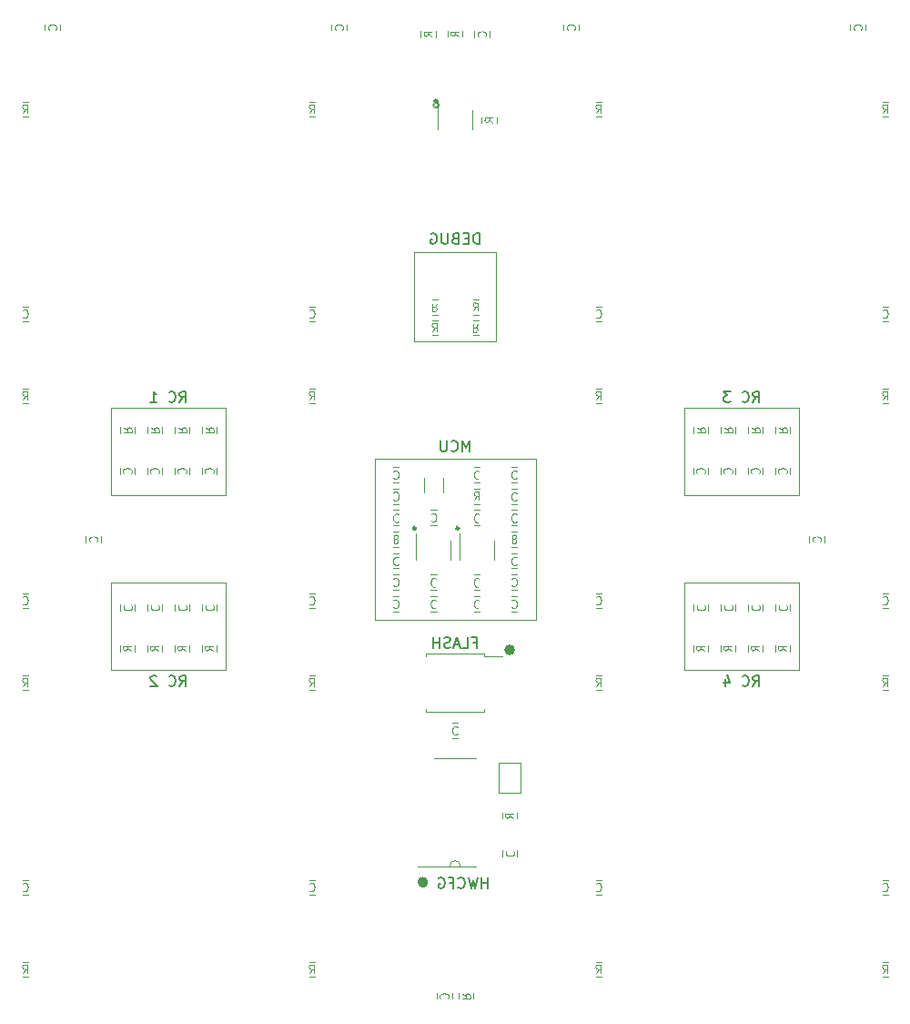
<source format=gbr>
G04 #@! TF.GenerationSoftware,KiCad,Pcbnew,(5.1.5)-3*
G04 #@! TF.CreationDate,2020-04-06T16:24:00+02:00*
G04 #@! TF.ProjectId,PO16_BU16,504f3136-5f42-4553-9136-2e6b69636164,rev?*
G04 #@! TF.SameCoordinates,Original*
G04 #@! TF.FileFunction,Legend,Bot*
G04 #@! TF.FilePolarity,Positive*
%FSLAX46Y46*%
G04 Gerber Fmt 4.6, Leading zero omitted, Abs format (unit mm)*
G04 Created by KiCad (PCBNEW (5.1.5)-3) date 2020-04-06 16:24:00*
%MOMM*%
%LPD*%
G04 APERTURE LIST*
%ADD10C,0.150000*%
%ADD11C,0.120000*%
%ADD12C,0.500000*%
%ADD13C,0.250000*%
G04 APERTURE END LIST*
D10*
X102238095Y-72512380D02*
X102238095Y-71512380D01*
X102000000Y-71512380D01*
X101857142Y-71560000D01*
X101761904Y-71655238D01*
X101714285Y-71750476D01*
X101666666Y-71940952D01*
X101666666Y-72083809D01*
X101714285Y-72274285D01*
X101761904Y-72369523D01*
X101857142Y-72464761D01*
X102000000Y-72512380D01*
X102238095Y-72512380D01*
X101238095Y-71988571D02*
X100904761Y-71988571D01*
X100761904Y-72512380D02*
X101238095Y-72512380D01*
X101238095Y-71512380D01*
X100761904Y-71512380D01*
X100000000Y-71988571D02*
X99857142Y-72036190D01*
X99809523Y-72083809D01*
X99761904Y-72179047D01*
X99761904Y-72321904D01*
X99809523Y-72417142D01*
X99857142Y-72464761D01*
X99952380Y-72512380D01*
X100333333Y-72512380D01*
X100333333Y-71512380D01*
X100000000Y-71512380D01*
X99904761Y-71560000D01*
X99857142Y-71607619D01*
X99809523Y-71702857D01*
X99809523Y-71798095D01*
X99857142Y-71893333D01*
X99904761Y-71940952D01*
X100000000Y-71988571D01*
X100333333Y-71988571D01*
X99333333Y-71512380D02*
X99333333Y-72321904D01*
X99285714Y-72417142D01*
X99238095Y-72464761D01*
X99142857Y-72512380D01*
X98952380Y-72512380D01*
X98857142Y-72464761D01*
X98809523Y-72417142D01*
X98761904Y-72321904D01*
X98761904Y-71512380D01*
X97761904Y-71560000D02*
X97857142Y-71512380D01*
X98000000Y-71512380D01*
X98142857Y-71560000D01*
X98238095Y-71655238D01*
X98285714Y-71750476D01*
X98333333Y-71940952D01*
X98333333Y-72083809D01*
X98285714Y-72274285D01*
X98238095Y-72369523D01*
X98142857Y-72464761D01*
X98000000Y-72512380D01*
X97904761Y-72512380D01*
X97761904Y-72464761D01*
X97714285Y-72417142D01*
X97714285Y-72083809D01*
X97904761Y-72083809D01*
D11*
X103810000Y-73330000D02*
X96190000Y-73330000D01*
X103810000Y-81585000D02*
X103810000Y-73330000D01*
X96190000Y-81585000D02*
X103810000Y-81585000D01*
X96190000Y-73330000D02*
X96190000Y-81585000D01*
D10*
X101690476Y-109580571D02*
X102023809Y-109580571D01*
X102023809Y-110104380D02*
X102023809Y-109104380D01*
X101547619Y-109104380D01*
X100690476Y-110104380D02*
X101166666Y-110104380D01*
X101166666Y-109104380D01*
X100404761Y-109818666D02*
X99928571Y-109818666D01*
X100500000Y-110104380D02*
X100166666Y-109104380D01*
X99833333Y-110104380D01*
X99547619Y-110056761D02*
X99404761Y-110104380D01*
X99166666Y-110104380D01*
X99071428Y-110056761D01*
X99023809Y-110009142D01*
X98976190Y-109913904D01*
X98976190Y-109818666D01*
X99023809Y-109723428D01*
X99071428Y-109675809D01*
X99166666Y-109628190D01*
X99357142Y-109580571D01*
X99452380Y-109532952D01*
X99500000Y-109485333D01*
X99547619Y-109390095D01*
X99547619Y-109294857D01*
X99500000Y-109199619D01*
X99452380Y-109152000D01*
X99357142Y-109104380D01*
X99119047Y-109104380D01*
X98976190Y-109152000D01*
X98547619Y-110104380D02*
X98547619Y-109104380D01*
X98547619Y-109580571D02*
X97976190Y-109580571D01*
X97976190Y-110104380D02*
X97976190Y-109104380D01*
X103047714Y-132456380D02*
X103047714Y-131456380D01*
X103047714Y-131932571D02*
X102476285Y-131932571D01*
X102476285Y-132456380D02*
X102476285Y-131456380D01*
X102095333Y-131456380D02*
X101857238Y-132456380D01*
X101666761Y-131742095D01*
X101476285Y-132456380D01*
X101238190Y-131456380D01*
X100285809Y-132361142D02*
X100333428Y-132408761D01*
X100476285Y-132456380D01*
X100571523Y-132456380D01*
X100714380Y-132408761D01*
X100809619Y-132313523D01*
X100857238Y-132218285D01*
X100904857Y-132027809D01*
X100904857Y-131884952D01*
X100857238Y-131694476D01*
X100809619Y-131599238D01*
X100714380Y-131504000D01*
X100571523Y-131456380D01*
X100476285Y-131456380D01*
X100333428Y-131504000D01*
X100285809Y-131551619D01*
X99523904Y-131932571D02*
X99857238Y-131932571D01*
X99857238Y-132456380D02*
X99857238Y-131456380D01*
X99381047Y-131456380D01*
X98476285Y-131504000D02*
X98571523Y-131456380D01*
X98714380Y-131456380D01*
X98857238Y-131504000D01*
X98952476Y-131599238D01*
X99000095Y-131694476D01*
X99047714Y-131884952D01*
X99047714Y-132027809D01*
X99000095Y-132218285D01*
X98952476Y-132313523D01*
X98857238Y-132408761D01*
X98714380Y-132456380D01*
X98619142Y-132456380D01*
X98476285Y-132408761D01*
X98428666Y-132361142D01*
X98428666Y-132027809D01*
X98619142Y-132027809D01*
X127717619Y-113660380D02*
X128050952Y-113184190D01*
X128289047Y-113660380D02*
X128289047Y-112660380D01*
X127908095Y-112660380D01*
X127812857Y-112708000D01*
X127765238Y-112755619D01*
X127717619Y-112850857D01*
X127717619Y-112993714D01*
X127765238Y-113088952D01*
X127812857Y-113136571D01*
X127908095Y-113184190D01*
X128289047Y-113184190D01*
X126717619Y-113565142D02*
X126765238Y-113612761D01*
X126908095Y-113660380D01*
X127003333Y-113660380D01*
X127146190Y-113612761D01*
X127241428Y-113517523D01*
X127289047Y-113422285D01*
X127336666Y-113231809D01*
X127336666Y-113088952D01*
X127289047Y-112898476D01*
X127241428Y-112803238D01*
X127146190Y-112708000D01*
X127003333Y-112660380D01*
X126908095Y-112660380D01*
X126765238Y-112708000D01*
X126717619Y-112755619D01*
X125098571Y-112993714D02*
X125098571Y-113660380D01*
X125336666Y-112612761D02*
X125574761Y-113327047D01*
X124955714Y-113327047D01*
X127717619Y-87244380D02*
X128050952Y-86768190D01*
X128289047Y-87244380D02*
X128289047Y-86244380D01*
X127908095Y-86244380D01*
X127812857Y-86292000D01*
X127765238Y-86339619D01*
X127717619Y-86434857D01*
X127717619Y-86577714D01*
X127765238Y-86672952D01*
X127812857Y-86720571D01*
X127908095Y-86768190D01*
X128289047Y-86768190D01*
X126717619Y-87149142D02*
X126765238Y-87196761D01*
X126908095Y-87244380D01*
X127003333Y-87244380D01*
X127146190Y-87196761D01*
X127241428Y-87101523D01*
X127289047Y-87006285D01*
X127336666Y-86815809D01*
X127336666Y-86672952D01*
X127289047Y-86482476D01*
X127241428Y-86387238D01*
X127146190Y-86292000D01*
X127003333Y-86244380D01*
X126908095Y-86244380D01*
X126765238Y-86292000D01*
X126717619Y-86339619D01*
X125622380Y-86244380D02*
X125003333Y-86244380D01*
X125336666Y-86625333D01*
X125193809Y-86625333D01*
X125098571Y-86672952D01*
X125050952Y-86720571D01*
X125003333Y-86815809D01*
X125003333Y-87053904D01*
X125050952Y-87149142D01*
X125098571Y-87196761D01*
X125193809Y-87244380D01*
X125479523Y-87244380D01*
X125574761Y-87196761D01*
X125622380Y-87149142D01*
X74377619Y-113660380D02*
X74710952Y-113184190D01*
X74949047Y-113660380D02*
X74949047Y-112660380D01*
X74568095Y-112660380D01*
X74472857Y-112708000D01*
X74425238Y-112755619D01*
X74377619Y-112850857D01*
X74377619Y-112993714D01*
X74425238Y-113088952D01*
X74472857Y-113136571D01*
X74568095Y-113184190D01*
X74949047Y-113184190D01*
X73377619Y-113565142D02*
X73425238Y-113612761D01*
X73568095Y-113660380D01*
X73663333Y-113660380D01*
X73806190Y-113612761D01*
X73901428Y-113517523D01*
X73949047Y-113422285D01*
X73996666Y-113231809D01*
X73996666Y-113088952D01*
X73949047Y-112898476D01*
X73901428Y-112803238D01*
X73806190Y-112708000D01*
X73663333Y-112660380D01*
X73568095Y-112660380D01*
X73425238Y-112708000D01*
X73377619Y-112755619D01*
X72234761Y-112755619D02*
X72187142Y-112708000D01*
X72091904Y-112660380D01*
X71853809Y-112660380D01*
X71758571Y-112708000D01*
X71710952Y-112755619D01*
X71663333Y-112850857D01*
X71663333Y-112946095D01*
X71710952Y-113088952D01*
X72282380Y-113660380D01*
X71663333Y-113660380D01*
X74377619Y-87244380D02*
X74710952Y-86768190D01*
X74949047Y-87244380D02*
X74949047Y-86244380D01*
X74568095Y-86244380D01*
X74472857Y-86292000D01*
X74425238Y-86339619D01*
X74377619Y-86434857D01*
X74377619Y-86577714D01*
X74425238Y-86672952D01*
X74472857Y-86720571D01*
X74568095Y-86768190D01*
X74949047Y-86768190D01*
X73377619Y-87149142D02*
X73425238Y-87196761D01*
X73568095Y-87244380D01*
X73663333Y-87244380D01*
X73806190Y-87196761D01*
X73901428Y-87101523D01*
X73949047Y-87006285D01*
X73996666Y-86815809D01*
X73996666Y-86672952D01*
X73949047Y-86482476D01*
X73901428Y-86387238D01*
X73806190Y-86292000D01*
X73663333Y-86244380D01*
X73568095Y-86244380D01*
X73425238Y-86292000D01*
X73377619Y-86339619D01*
X71663333Y-87244380D02*
X72234761Y-87244380D01*
X71949047Y-87244380D02*
X71949047Y-86244380D01*
X72044285Y-86387238D01*
X72139523Y-86482476D01*
X72234761Y-86530095D01*
X101357142Y-91816380D02*
X101357142Y-90816380D01*
X101023809Y-91530666D01*
X100690476Y-90816380D01*
X100690476Y-91816380D01*
X99642857Y-91721142D02*
X99690476Y-91768761D01*
X99833333Y-91816380D01*
X99928571Y-91816380D01*
X100071428Y-91768761D01*
X100166666Y-91673523D01*
X100214285Y-91578285D01*
X100261904Y-91387809D01*
X100261904Y-91244952D01*
X100214285Y-91054476D01*
X100166666Y-90959238D01*
X100071428Y-90864000D01*
X99928571Y-90816380D01*
X99833333Y-90816380D01*
X99690476Y-90864000D01*
X99642857Y-90911619D01*
X99214285Y-90816380D02*
X99214285Y-91625904D01*
X99166666Y-91721142D01*
X99119047Y-91768761D01*
X99023809Y-91816380D01*
X98833333Y-91816380D01*
X98738095Y-91768761D01*
X98690476Y-91721142D01*
X98642857Y-91625904D01*
X98642857Y-90816380D01*
D11*
X121336000Y-112192000D02*
X121336000Y-104064000D01*
X132004000Y-112192000D02*
X121336000Y-112192000D01*
X132004000Y-104064000D02*
X132004000Y-112192000D01*
X121336000Y-104064000D02*
X132004000Y-104064000D01*
X121336000Y-95936000D02*
X121336000Y-87808000D01*
X132004000Y-95936000D02*
X121336000Y-95936000D01*
X132004000Y-87808000D02*
X132004000Y-95936000D01*
X121336000Y-87808000D02*
X132004000Y-87808000D01*
X67996000Y-104064000D02*
X67996000Y-112192000D01*
X78664000Y-104064000D02*
X67996000Y-104064000D01*
X78664000Y-112192000D02*
X78664000Y-104064000D01*
X67996000Y-112192000D02*
X78664000Y-112192000D01*
X67996000Y-95936000D02*
X67996000Y-87808000D01*
X78664000Y-95936000D02*
X67996000Y-95936000D01*
X78664000Y-87808000D02*
X78664000Y-95936000D01*
X67996000Y-87808000D02*
X78664000Y-87808000D01*
X92500000Y-107500000D02*
X92500000Y-92500000D01*
X107500000Y-107500000D02*
X92500000Y-107500000D01*
X107500000Y-92500000D02*
X107500000Y-107500000D01*
X92500000Y-92500000D02*
X107500000Y-92500000D01*
X98505981Y-59614000D02*
G75*
G03X98505981Y-59614000I-283981J0D01*
G01*
X98401605Y-59614000D02*
G75*
G03X98401605Y-59614000I-179605J0D01*
G01*
D12*
X105330000Y-110287000D02*
G75*
G03X105330000Y-110287000I-250000J0D01*
G01*
D11*
X102725000Y-110870000D02*
X104400000Y-110870000D01*
X102725000Y-110610000D02*
X102725000Y-110870000D01*
X100000000Y-110610000D02*
X102725000Y-110610000D01*
X97275000Y-110610000D02*
X97275000Y-110870000D01*
X100000000Y-110610000D02*
X97275000Y-110610000D01*
X102725000Y-116060000D02*
X102725000Y-115800000D01*
X100000000Y-116060000D02*
X102725000Y-116060000D01*
X97275000Y-116060000D02*
X97275000Y-115800000D01*
X100000000Y-116060000D02*
X97275000Y-116060000D01*
X97125000Y-94325000D02*
X97125000Y-95675000D01*
X98875000Y-94325000D02*
X98875000Y-95675000D01*
D13*
X98347000Y-59222000D02*
G75*
G03X98347000Y-59222000I-125000J0D01*
G01*
D11*
X98390000Y-61900000D02*
X98390000Y-59450000D01*
X101610000Y-60100000D02*
X101610000Y-61900000D01*
X97093600Y-53035400D02*
G75*
G03X97500000Y-53035400I203200J0D01*
G01*
X97830200Y-53238600D02*
X97500000Y-53010000D01*
X97500000Y-52806800D02*
X97500000Y-53035400D01*
X97093600Y-52806800D02*
X97093600Y-53086200D01*
X97830200Y-52806800D02*
X97093600Y-52806800D01*
X98210000Y-52751422D02*
X98210000Y-53268578D01*
X96790000Y-52751422D02*
X96790000Y-53268578D01*
X100500000Y-130400000D02*
G75*
G03X99500000Y-130400000I-500000J0D01*
G01*
X100000000Y-120340000D02*
X101950000Y-120340000D01*
X100000000Y-120340000D02*
X98050000Y-120340000D01*
X100000000Y-130460000D02*
X101950000Y-130460000D01*
X100000000Y-130460000D02*
X96550000Y-130460000D01*
D12*
X97250000Y-131900000D02*
G75*
G03X97250000Y-131900000I-250000J0D01*
G01*
D13*
X100347000Y-98968000D02*
G75*
G03X100347000Y-98968000I-125000J0D01*
G01*
D11*
X100390000Y-101900000D02*
X100390000Y-99450000D01*
X103610000Y-100100000D02*
X103610000Y-101900000D01*
D13*
X96347000Y-98968000D02*
G75*
G03X96347000Y-98968000I-125000J0D01*
G01*
D11*
X96390000Y-101900000D02*
X96390000Y-99450000D01*
X99610000Y-100100000D02*
X99610000Y-101900000D01*
X105271400Y-93873000D02*
X105246000Y-94000000D01*
X105322200Y-93720600D02*
X105271400Y-93873000D01*
X105449200Y-93619000D02*
X105322200Y-93720600D01*
X105601600Y-93619000D02*
X105449200Y-93619000D01*
X105728600Y-93695200D02*
X105601600Y-93619000D01*
X105271400Y-94152400D02*
X105246000Y-94025400D01*
X105322200Y-94304800D02*
X105271400Y-94152400D01*
X105449200Y-94406400D02*
X105322200Y-94304800D01*
X105601600Y-94406400D02*
X105449200Y-94406400D01*
X105728600Y-94330200D02*
X105601600Y-94406400D01*
X105241422Y-93290000D02*
X105758578Y-93290000D01*
X105241422Y-94710000D02*
X105758578Y-94710000D01*
X105271400Y-97873000D02*
X105246000Y-98000000D01*
X105322200Y-97720600D02*
X105271400Y-97873000D01*
X105449200Y-97619000D02*
X105322200Y-97720600D01*
X105601600Y-97619000D02*
X105449200Y-97619000D01*
X105728600Y-97695200D02*
X105601600Y-97619000D01*
X105271400Y-98152400D02*
X105246000Y-98025400D01*
X105322200Y-98304800D02*
X105271400Y-98152400D01*
X105449200Y-98406400D02*
X105322200Y-98304800D01*
X105601600Y-98406400D02*
X105449200Y-98406400D01*
X105728600Y-98330200D02*
X105601600Y-98406400D01*
X105241422Y-97290000D02*
X105758578Y-97290000D01*
X105241422Y-98710000D02*
X105758578Y-98710000D01*
X101771400Y-97873000D02*
X101746000Y-98000000D01*
X101822200Y-97720600D02*
X101771400Y-97873000D01*
X101949200Y-97619000D02*
X101822200Y-97720600D01*
X102101600Y-97619000D02*
X101949200Y-97619000D01*
X102228600Y-97695200D02*
X102101600Y-97619000D01*
X101771400Y-98152400D02*
X101746000Y-98025400D01*
X101822200Y-98304800D02*
X101771400Y-98152400D01*
X101949200Y-98406400D02*
X101822200Y-98304800D01*
X102101600Y-98406400D02*
X101949200Y-98406400D01*
X102228600Y-98330200D02*
X102101600Y-98406400D01*
X101741422Y-97290000D02*
X102258578Y-97290000D01*
X101741422Y-98710000D02*
X102258578Y-98710000D01*
X101771400Y-105873000D02*
X101746000Y-106000000D01*
X101822200Y-105720600D02*
X101771400Y-105873000D01*
X101949200Y-105619000D02*
X101822200Y-105720600D01*
X102101600Y-105619000D02*
X101949200Y-105619000D01*
X102228600Y-105695200D02*
X102101600Y-105619000D01*
X101771400Y-106152400D02*
X101746000Y-106025400D01*
X101822200Y-106304800D02*
X101771400Y-106152400D01*
X101949200Y-106406400D02*
X101822200Y-106304800D01*
X102101600Y-106406400D02*
X101949200Y-106406400D01*
X102228600Y-106330200D02*
X102101600Y-106406400D01*
X101741422Y-105290000D02*
X102258578Y-105290000D01*
X101741422Y-106710000D02*
X102258578Y-106710000D01*
X101771400Y-103873000D02*
X101746000Y-104000000D01*
X101822200Y-103720600D02*
X101771400Y-103873000D01*
X101949200Y-103619000D02*
X101822200Y-103720600D01*
X102101600Y-103619000D02*
X101949200Y-103619000D01*
X102228600Y-103695200D02*
X102101600Y-103619000D01*
X101771400Y-104152400D02*
X101746000Y-104025400D01*
X101822200Y-104304800D02*
X101771400Y-104152400D01*
X101949200Y-104406400D02*
X101822200Y-104304800D01*
X102101600Y-104406400D02*
X101949200Y-104406400D01*
X102228600Y-104330200D02*
X102101600Y-104406400D01*
X101741422Y-103290000D02*
X102258578Y-103290000D01*
X101741422Y-104710000D02*
X102258578Y-104710000D01*
X94728600Y-94127000D02*
X94754000Y-94000000D01*
X94677800Y-94279400D02*
X94728600Y-94127000D01*
X94550800Y-94381000D02*
X94677800Y-94279400D01*
X94398400Y-94381000D02*
X94550800Y-94381000D01*
X94271400Y-94304800D02*
X94398400Y-94381000D01*
X94728600Y-93847600D02*
X94754000Y-93974600D01*
X94677800Y-93695200D02*
X94728600Y-93847600D01*
X94550800Y-93593600D02*
X94677800Y-93695200D01*
X94398400Y-93593600D02*
X94550800Y-93593600D01*
X94271400Y-93669800D02*
X94398400Y-93593600D01*
X94758578Y-94710000D02*
X94241422Y-94710000D01*
X94758578Y-93290000D02*
X94241422Y-93290000D01*
X101974600Y-95593600D02*
G75*
G03X101974600Y-96000000I0J-203200D01*
G01*
X101771400Y-96330200D02*
X102000000Y-96000000D01*
X102203200Y-96000000D02*
X101974600Y-96000000D01*
X102203200Y-95593600D02*
X101923800Y-95593600D01*
X102203200Y-96330200D02*
X102203200Y-95593600D01*
X102258578Y-96710000D02*
X101741422Y-96710000D01*
X102258578Y-95290000D02*
X101741422Y-95290000D01*
X94525400Y-100000000D02*
G75*
G03X94525400Y-99593600I0J203200D01*
G01*
X94296800Y-99593600D02*
X94525400Y-99593600D01*
X94296800Y-100000000D02*
X94576200Y-100000000D01*
X94525400Y-100406400D02*
G75*
G03X94525400Y-100000000I0J203200D01*
G01*
X94296800Y-100000000D02*
X94525400Y-100000000D01*
X94296800Y-100406400D02*
X94576200Y-100406400D01*
X94296800Y-99593600D02*
X94296800Y-100406400D01*
X94241422Y-99290000D02*
X94758578Y-99290000D01*
X94241422Y-100710000D02*
X94758578Y-100710000D01*
X105525400Y-100000000D02*
G75*
G03X105525400Y-99593600I0J203200D01*
G01*
X105296800Y-99593600D02*
X105525400Y-99593600D01*
X105296800Y-100000000D02*
X105576200Y-100000000D01*
X105525400Y-100406400D02*
G75*
G03X105525400Y-100000000I0J203200D01*
G01*
X105296800Y-100000000D02*
X105525400Y-100000000D01*
X105296800Y-100406400D02*
X105576200Y-100406400D01*
X105296800Y-99593600D02*
X105296800Y-100406400D01*
X105241422Y-99290000D02*
X105758578Y-99290000D01*
X105241422Y-100710000D02*
X105758578Y-100710000D01*
X94728600Y-96127000D02*
X94754000Y-96000000D01*
X94677800Y-96279400D02*
X94728600Y-96127000D01*
X94550800Y-96381000D02*
X94677800Y-96279400D01*
X94398400Y-96381000D02*
X94550800Y-96381000D01*
X94271400Y-96304800D02*
X94398400Y-96381000D01*
X94728600Y-95847600D02*
X94754000Y-95974600D01*
X94677800Y-95695200D02*
X94728600Y-95847600D01*
X94550800Y-95593600D02*
X94677800Y-95695200D01*
X94398400Y-95593600D02*
X94550800Y-95593600D01*
X94271400Y-95669800D02*
X94398400Y-95593600D01*
X94758578Y-96710000D02*
X94241422Y-96710000D01*
X94758578Y-95290000D02*
X94241422Y-95290000D01*
X101771400Y-93873000D02*
X101746000Y-94000000D01*
X101822200Y-93720600D02*
X101771400Y-93873000D01*
X101949200Y-93619000D02*
X101822200Y-93720600D01*
X102101600Y-93619000D02*
X101949200Y-93619000D01*
X102228600Y-93695200D02*
X102101600Y-93619000D01*
X101771400Y-94152400D02*
X101746000Y-94025400D01*
X101822200Y-94304800D02*
X101771400Y-94152400D01*
X101949200Y-94406400D02*
X101822200Y-94304800D01*
X102101600Y-94406400D02*
X101949200Y-94406400D01*
X102228600Y-94330200D02*
X102101600Y-94406400D01*
X101741422Y-93290000D02*
X102258578Y-93290000D01*
X101741422Y-94710000D02*
X102258578Y-94710000D01*
X105728600Y-104127000D02*
X105754000Y-104000000D01*
X105677800Y-104279400D02*
X105728600Y-104127000D01*
X105550800Y-104381000D02*
X105677800Y-104279400D01*
X105398400Y-104381000D02*
X105550800Y-104381000D01*
X105271400Y-104304800D02*
X105398400Y-104381000D01*
X105728600Y-103847600D02*
X105754000Y-103974600D01*
X105677800Y-103695200D02*
X105728600Y-103847600D01*
X105550800Y-103593600D02*
X105677800Y-103695200D01*
X105398400Y-103593600D02*
X105550800Y-103593600D01*
X105271400Y-103669800D02*
X105398400Y-103593600D01*
X105758578Y-104710000D02*
X105241422Y-104710000D01*
X105758578Y-103290000D02*
X105241422Y-103290000D01*
X94728600Y-106127000D02*
X94754000Y-106000000D01*
X94677800Y-106279400D02*
X94728600Y-106127000D01*
X94550800Y-106381000D02*
X94677800Y-106279400D01*
X94398400Y-106381000D02*
X94550800Y-106381000D01*
X94271400Y-106304800D02*
X94398400Y-106381000D01*
X94728600Y-105847600D02*
X94754000Y-105974600D01*
X94677800Y-105695200D02*
X94728600Y-105847600D01*
X94550800Y-105593600D02*
X94677800Y-105695200D01*
X94398400Y-105593600D02*
X94550800Y-105593600D01*
X94271400Y-105669800D02*
X94398400Y-105593600D01*
X94758578Y-106710000D02*
X94241422Y-106710000D01*
X94758578Y-105290000D02*
X94241422Y-105290000D01*
X105728600Y-106127000D02*
X105754000Y-106000000D01*
X105677800Y-106279400D02*
X105728600Y-106127000D01*
X105550800Y-106381000D02*
X105677800Y-106279400D01*
X105398400Y-106381000D02*
X105550800Y-106381000D01*
X105271400Y-106304800D02*
X105398400Y-106381000D01*
X105728600Y-105847600D02*
X105754000Y-105974600D01*
X105677800Y-105695200D02*
X105728600Y-105847600D01*
X105550800Y-105593600D02*
X105677800Y-105695200D01*
X105398400Y-105593600D02*
X105550800Y-105593600D01*
X105271400Y-105669800D02*
X105398400Y-105593600D01*
X105758578Y-106710000D02*
X105241422Y-106710000D01*
X105758578Y-105290000D02*
X105241422Y-105290000D01*
X94728600Y-104127000D02*
X94754000Y-104000000D01*
X94677800Y-104279400D02*
X94728600Y-104127000D01*
X94550800Y-104381000D02*
X94677800Y-104279400D01*
X94398400Y-104381000D02*
X94550800Y-104381000D01*
X94271400Y-104304800D02*
X94398400Y-104381000D01*
X94728600Y-103847600D02*
X94754000Y-103974600D01*
X94677800Y-103695200D02*
X94728600Y-103847600D01*
X94550800Y-103593600D02*
X94677800Y-103695200D01*
X94398400Y-103593600D02*
X94550800Y-103593600D01*
X94271400Y-103669800D02*
X94398400Y-103593600D01*
X94758578Y-104710000D02*
X94241422Y-104710000D01*
X94758578Y-103290000D02*
X94241422Y-103290000D01*
X105271400Y-101873000D02*
X105246000Y-102000000D01*
X105322200Y-101720600D02*
X105271400Y-101873000D01*
X105449200Y-101619000D02*
X105322200Y-101720600D01*
X105601600Y-101619000D02*
X105449200Y-101619000D01*
X105728600Y-101695200D02*
X105601600Y-101619000D01*
X105271400Y-102152400D02*
X105246000Y-102025400D01*
X105322200Y-102304800D02*
X105271400Y-102152400D01*
X105449200Y-102406400D02*
X105322200Y-102304800D01*
X105601600Y-102406400D02*
X105449200Y-102406400D01*
X105728600Y-102330200D02*
X105601600Y-102406400D01*
X105241422Y-101290000D02*
X105758578Y-101290000D01*
X105241422Y-102710000D02*
X105758578Y-102710000D01*
X97771400Y-105873000D02*
X97746000Y-106000000D01*
X97822200Y-105720600D02*
X97771400Y-105873000D01*
X97949200Y-105619000D02*
X97822200Y-105720600D01*
X98101600Y-105619000D02*
X97949200Y-105619000D01*
X98228600Y-105695200D02*
X98101600Y-105619000D01*
X97771400Y-106152400D02*
X97746000Y-106025400D01*
X97822200Y-106304800D02*
X97771400Y-106152400D01*
X97949200Y-106406400D02*
X97822200Y-106304800D01*
X98101600Y-106406400D02*
X97949200Y-106406400D01*
X98228600Y-106330200D02*
X98101600Y-106406400D01*
X97741422Y-105290000D02*
X98258578Y-105290000D01*
X97741422Y-106710000D02*
X98258578Y-106710000D01*
X105271400Y-95873000D02*
X105246000Y-96000000D01*
X105322200Y-95720600D02*
X105271400Y-95873000D01*
X105449200Y-95619000D02*
X105322200Y-95720600D01*
X105601600Y-95619000D02*
X105449200Y-95619000D01*
X105728600Y-95695200D02*
X105601600Y-95619000D01*
X105271400Y-96152400D02*
X105246000Y-96025400D01*
X105322200Y-96304800D02*
X105271400Y-96152400D01*
X105449200Y-96406400D02*
X105322200Y-96304800D01*
X105601600Y-96406400D02*
X105449200Y-96406400D01*
X105728600Y-96330200D02*
X105601600Y-96406400D01*
X105241422Y-95290000D02*
X105758578Y-95290000D01*
X105241422Y-96710000D02*
X105758578Y-96710000D01*
X97771400Y-103873000D02*
X97746000Y-104000000D01*
X97822200Y-103720600D02*
X97771400Y-103873000D01*
X97949200Y-103619000D02*
X97822200Y-103720600D01*
X98101600Y-103619000D02*
X97949200Y-103619000D01*
X98228600Y-103695200D02*
X98101600Y-103619000D01*
X97771400Y-104152400D02*
X97746000Y-104025400D01*
X97822200Y-104304800D02*
X97771400Y-104152400D01*
X97949200Y-104406400D02*
X97822200Y-104304800D01*
X98101600Y-104406400D02*
X97949200Y-104406400D01*
X98228600Y-104330200D02*
X98101600Y-104406400D01*
X97741422Y-103290000D02*
X98258578Y-103290000D01*
X97741422Y-104710000D02*
X98258578Y-104710000D01*
X94271400Y-101873000D02*
X94246000Y-102000000D01*
X94322200Y-101720600D02*
X94271400Y-101873000D01*
X94449200Y-101619000D02*
X94322200Y-101720600D01*
X94601600Y-101619000D02*
X94449200Y-101619000D01*
X94728600Y-101695200D02*
X94601600Y-101619000D01*
X94271400Y-102152400D02*
X94246000Y-102025400D01*
X94322200Y-102304800D02*
X94271400Y-102152400D01*
X94449200Y-102406400D02*
X94322200Y-102304800D01*
X94601600Y-102406400D02*
X94449200Y-102406400D01*
X94728600Y-102330200D02*
X94601600Y-102406400D01*
X94241422Y-101290000D02*
X94758578Y-101290000D01*
X94241422Y-102710000D02*
X94758578Y-102710000D01*
X94271400Y-97873000D02*
X94246000Y-98000000D01*
X94322200Y-97720600D02*
X94271400Y-97873000D01*
X94449200Y-97619000D02*
X94322200Y-97720600D01*
X94601600Y-97619000D02*
X94449200Y-97619000D01*
X94728600Y-97695200D02*
X94601600Y-97619000D01*
X94271400Y-98152400D02*
X94246000Y-98025400D01*
X94322200Y-98304800D02*
X94271400Y-98152400D01*
X94449200Y-98406400D02*
X94322200Y-98304800D01*
X94601600Y-98406400D02*
X94449200Y-98406400D01*
X94728600Y-98330200D02*
X94601600Y-98406400D01*
X94241422Y-97290000D02*
X94758578Y-97290000D01*
X94241422Y-98710000D02*
X94758578Y-98710000D01*
X98228600Y-98127000D02*
X98254000Y-98000000D01*
X98177800Y-98279400D02*
X98228600Y-98127000D01*
X98050800Y-98381000D02*
X98177800Y-98279400D01*
X97898400Y-98381000D02*
X98050800Y-98381000D01*
X97771400Y-98304800D02*
X97898400Y-98381000D01*
X98228600Y-97847600D02*
X98254000Y-97974600D01*
X98177800Y-97695200D02*
X98228600Y-97847600D01*
X98050800Y-97593600D02*
X98177800Y-97695200D01*
X97898400Y-97593600D02*
X98050800Y-97593600D01*
X97771400Y-97669800D02*
X97898400Y-97593600D01*
X98258578Y-98710000D02*
X97741422Y-98710000D01*
X98258578Y-97290000D02*
X97741422Y-97290000D01*
X104080000Y-120825000D02*
X104080000Y-123625000D01*
X104080000Y-123625000D02*
X106080000Y-123625000D01*
X106080000Y-123625000D02*
X106080000Y-120825000D01*
X106080000Y-120825000D02*
X104080000Y-120825000D01*
X133782000Y-99771400D02*
X133655000Y-99746000D01*
X133934400Y-99822200D02*
X133782000Y-99771400D01*
X134036000Y-99949200D02*
X133934400Y-99822200D01*
X134036000Y-100101600D02*
X134036000Y-99949200D01*
X133959800Y-100228600D02*
X134036000Y-100101600D01*
X133502600Y-99771400D02*
X133629600Y-99746000D01*
X133350200Y-99822200D02*
X133502600Y-99771400D01*
X133248600Y-99949200D02*
X133350200Y-99822200D01*
X133248600Y-100101600D02*
X133248600Y-99949200D01*
X133324800Y-100228600D02*
X133248600Y-100101600D01*
X134365000Y-99741422D02*
X134365000Y-100258578D01*
X132945000Y-99741422D02*
X132945000Y-100258578D01*
X66472000Y-99771400D02*
X66345000Y-99746000D01*
X66624400Y-99822200D02*
X66472000Y-99771400D01*
X66726000Y-99949200D02*
X66624400Y-99822200D01*
X66726000Y-100101600D02*
X66726000Y-99949200D01*
X66649800Y-100228600D02*
X66726000Y-100101600D01*
X66192600Y-99771400D02*
X66319600Y-99746000D01*
X66040200Y-99822200D02*
X66192600Y-99771400D01*
X65938600Y-99949200D02*
X66040200Y-99822200D01*
X65938600Y-100101600D02*
X65938600Y-99949200D01*
X66014800Y-100228600D02*
X65938600Y-100101600D01*
X67055000Y-99741422D02*
X67055000Y-100258578D01*
X65635000Y-99741422D02*
X65635000Y-100258578D01*
X62662000Y-52146400D02*
X62535000Y-52121000D01*
X62814400Y-52197200D02*
X62662000Y-52146400D01*
X62916000Y-52324200D02*
X62814400Y-52197200D01*
X62916000Y-52476600D02*
X62916000Y-52324200D01*
X62839800Y-52603600D02*
X62916000Y-52476600D01*
X62382600Y-52146400D02*
X62509600Y-52121000D01*
X62230200Y-52197200D02*
X62382600Y-52146400D01*
X62128600Y-52324200D02*
X62230200Y-52197200D01*
X62128600Y-52476600D02*
X62128600Y-52324200D01*
X62204800Y-52603600D02*
X62128600Y-52476600D01*
X63245000Y-52116422D02*
X63245000Y-52633578D01*
X61825000Y-52116422D02*
X61825000Y-52633578D01*
X99771400Y-117653000D02*
X99746000Y-117780000D01*
X99822200Y-117500600D02*
X99771400Y-117653000D01*
X99949200Y-117399000D02*
X99822200Y-117500600D01*
X100101600Y-117399000D02*
X99949200Y-117399000D01*
X100228600Y-117475200D02*
X100101600Y-117399000D01*
X99771400Y-117932400D02*
X99746000Y-117805400D01*
X99822200Y-118084800D02*
X99771400Y-117932400D01*
X99949200Y-118186400D02*
X99822200Y-118084800D01*
X100101600Y-118186400D02*
X99949200Y-118186400D01*
X100228600Y-118110200D02*
X100101600Y-118186400D01*
X99741422Y-117070000D02*
X100258578Y-117070000D01*
X99741422Y-118490000D02*
X100258578Y-118490000D01*
X101879600Y-78003600D02*
G75*
G03X101879600Y-78410000I0J-203200D01*
G01*
X101676400Y-78740200D02*
X101905000Y-78410000D01*
X102108200Y-78410000D02*
X101879600Y-78410000D01*
X102108200Y-78003600D02*
X101828800Y-78003600D01*
X102108200Y-78740200D02*
X102108200Y-78003600D01*
X102163578Y-79120000D02*
X101646422Y-79120000D01*
X102163578Y-77700000D02*
X101646422Y-77700000D01*
X98120400Y-78816400D02*
G75*
G03X98120400Y-78410000I0J203200D01*
G01*
X98323600Y-78079800D02*
X98095000Y-78410000D01*
X97891800Y-78410000D02*
X98120400Y-78410000D01*
X97891800Y-78816400D02*
X98171200Y-78816400D01*
X97891800Y-78079800D02*
X97891800Y-78816400D01*
X97836422Y-77700000D02*
X98353578Y-77700000D01*
X97836422Y-79120000D02*
X98353578Y-79120000D01*
X101406400Y-142474600D02*
G75*
G03X101000000Y-142474600I-203200J0D01*
G01*
X100669800Y-142271400D02*
X101000000Y-142500000D01*
X101000000Y-142703200D02*
X101000000Y-142474600D01*
X101406400Y-142703200D02*
X101406400Y-142423800D01*
X100669800Y-142703200D02*
X101406400Y-142703200D01*
X100290000Y-142758578D02*
X100290000Y-142241422D01*
X101710000Y-142758578D02*
X101710000Y-142241422D01*
X99593600Y-53025400D02*
G75*
G03X100000000Y-53025400I203200J0D01*
G01*
X100330200Y-53228600D02*
X100000000Y-53000000D01*
X100000000Y-52796800D02*
X100000000Y-53025400D01*
X99593600Y-52796800D02*
X99593600Y-53076200D01*
X100330200Y-52796800D02*
X99593600Y-52796800D01*
X100710000Y-52741422D02*
X100710000Y-53258578D01*
X99290000Y-52741422D02*
X99290000Y-53258578D01*
X102768600Y-61025400D02*
G75*
G03X103175000Y-61025400I203200J0D01*
G01*
X103505200Y-61228600D02*
X103175000Y-61000000D01*
X103175000Y-60796800D02*
X103175000Y-61025400D01*
X102768600Y-60796800D02*
X102768600Y-61076200D01*
X103505200Y-60796800D02*
X102768600Y-60796800D01*
X103885000Y-60741422D02*
X103885000Y-61258578D01*
X102465000Y-60741422D02*
X102465000Y-61258578D01*
X98069600Y-79908600D02*
G75*
G03X98069600Y-80315000I0J-203200D01*
G01*
X97866400Y-80645200D02*
X98095000Y-80315000D01*
X98298200Y-80315000D02*
X98069600Y-80315000D01*
X98298200Y-79908600D02*
X98018800Y-79908600D01*
X98298200Y-80645200D02*
X98298200Y-79908600D01*
X98353578Y-81025000D02*
X97836422Y-81025000D01*
X98353578Y-79605000D02*
X97836422Y-79605000D01*
X101930400Y-80721400D02*
G75*
G03X101930400Y-80315000I0J203200D01*
G01*
X102133600Y-79984800D02*
X101905000Y-80315000D01*
X101701800Y-80315000D02*
X101930400Y-80315000D01*
X101701800Y-80721400D02*
X101981200Y-80721400D01*
X101701800Y-79984800D02*
X101701800Y-80721400D01*
X101646422Y-79605000D02*
X102163578Y-79605000D01*
X101646422Y-81025000D02*
X102163578Y-81025000D01*
X104673600Y-125757900D02*
G75*
G03X105080000Y-125757900I203200J0D01*
G01*
X105410200Y-125961100D02*
X105080000Y-125732500D01*
X105080000Y-125529300D02*
X105080000Y-125757900D01*
X104673600Y-125529300D02*
X104673600Y-125808700D01*
X105410200Y-125529300D02*
X104673600Y-125529300D01*
X105790000Y-125473922D02*
X105790000Y-125991078D01*
X104370000Y-125473922D02*
X104370000Y-125991078D01*
X127533600Y-110185400D02*
G75*
G03X127940000Y-110185400I203200J0D01*
G01*
X128270200Y-110388600D02*
X127940000Y-110160000D01*
X127940000Y-109956800D02*
X127940000Y-110185400D01*
X127533600Y-109956800D02*
X127533600Y-110236200D01*
X128270200Y-109956800D02*
X127533600Y-109956800D01*
X128650000Y-109901422D02*
X128650000Y-110418578D01*
X127230000Y-109901422D02*
X127230000Y-110418578D01*
X130073600Y-110185400D02*
G75*
G03X130480000Y-110185400I203200J0D01*
G01*
X130810200Y-110388600D02*
X130480000Y-110160000D01*
X130480000Y-109956800D02*
X130480000Y-110185400D01*
X130073600Y-109956800D02*
X130073600Y-110236200D01*
X130810200Y-109956800D02*
X130073600Y-109956800D01*
X131190000Y-109901422D02*
X131190000Y-110418578D01*
X129770000Y-109901422D02*
X129770000Y-110418578D01*
X130886400Y-89814600D02*
G75*
G03X130480000Y-89814600I-203200J0D01*
G01*
X130149800Y-89611400D02*
X130480000Y-89840000D01*
X130480000Y-90043200D02*
X130480000Y-89814600D01*
X130886400Y-90043200D02*
X130886400Y-89763800D01*
X130149800Y-90043200D02*
X130886400Y-90043200D01*
X129770000Y-90098578D02*
X129770000Y-89581422D01*
X131190000Y-90098578D02*
X131190000Y-89581422D01*
X128346400Y-89814600D02*
G75*
G03X127940000Y-89814600I-203200J0D01*
G01*
X127609800Y-89611400D02*
X127940000Y-89840000D01*
X127940000Y-90043200D02*
X127940000Y-89814600D01*
X128346400Y-90043200D02*
X128346400Y-89763800D01*
X127609800Y-90043200D02*
X128346400Y-90043200D01*
X127230000Y-90098578D02*
X127230000Y-89581422D01*
X128650000Y-90098578D02*
X128650000Y-89581422D01*
X124993600Y-110185400D02*
G75*
G03X125400000Y-110185400I203200J0D01*
G01*
X125730200Y-110388600D02*
X125400000Y-110160000D01*
X125400000Y-109956800D02*
X125400000Y-110185400D01*
X124993600Y-109956800D02*
X124993600Y-110236200D01*
X125730200Y-109956800D02*
X124993600Y-109956800D01*
X126110000Y-109901422D02*
X126110000Y-110418578D01*
X124690000Y-109901422D02*
X124690000Y-110418578D01*
X122453600Y-110185400D02*
G75*
G03X122860000Y-110185400I203200J0D01*
G01*
X123190200Y-110388600D02*
X122860000Y-110160000D01*
X122860000Y-109956800D02*
X122860000Y-110185400D01*
X122453600Y-109956800D02*
X122453600Y-110236200D01*
X123190200Y-109956800D02*
X122453600Y-109956800D01*
X123570000Y-109901422D02*
X123570000Y-110418578D01*
X122150000Y-109901422D02*
X122150000Y-110418578D01*
X123266400Y-89814600D02*
G75*
G03X122860000Y-89814600I-203200J0D01*
G01*
X122529800Y-89611400D02*
X122860000Y-89840000D01*
X122860000Y-90043200D02*
X122860000Y-89814600D01*
X123266400Y-90043200D02*
X123266400Y-89763800D01*
X122529800Y-90043200D02*
X123266400Y-90043200D01*
X122150000Y-90098578D02*
X122150000Y-89581422D01*
X123570000Y-90098578D02*
X123570000Y-89581422D01*
X125806400Y-89814600D02*
G75*
G03X125400000Y-89814600I-203200J0D01*
G01*
X125069800Y-89611400D02*
X125400000Y-89840000D01*
X125400000Y-90043200D02*
X125400000Y-89814600D01*
X125806400Y-90043200D02*
X125806400Y-89763800D01*
X125069800Y-90043200D02*
X125806400Y-90043200D01*
X124690000Y-90098578D02*
X124690000Y-89581422D01*
X126110000Y-90098578D02*
X126110000Y-89581422D01*
X74193600Y-110185400D02*
G75*
G03X74600000Y-110185400I203200J0D01*
G01*
X74930200Y-110388600D02*
X74600000Y-110160000D01*
X74600000Y-109956800D02*
X74600000Y-110185400D01*
X74193600Y-109956800D02*
X74193600Y-110236200D01*
X74930200Y-109956800D02*
X74193600Y-109956800D01*
X75310000Y-109901422D02*
X75310000Y-110418578D01*
X73890000Y-109901422D02*
X73890000Y-110418578D01*
X76733600Y-110185400D02*
G75*
G03X77140000Y-110185400I203200J0D01*
G01*
X77470200Y-110388600D02*
X77140000Y-110160000D01*
X77140000Y-109956800D02*
X77140000Y-110185400D01*
X76733600Y-109956800D02*
X76733600Y-110236200D01*
X77470200Y-109956800D02*
X76733600Y-109956800D01*
X77850000Y-109901422D02*
X77850000Y-110418578D01*
X76430000Y-109901422D02*
X76430000Y-110418578D01*
X77546400Y-89814600D02*
G75*
G03X77140000Y-89814600I-203200J0D01*
G01*
X76809800Y-89611400D02*
X77140000Y-89840000D01*
X77140000Y-90043200D02*
X77140000Y-89814600D01*
X77546400Y-90043200D02*
X77546400Y-89763800D01*
X76809800Y-90043200D02*
X77546400Y-90043200D01*
X76430000Y-90098578D02*
X76430000Y-89581422D01*
X77850000Y-90098578D02*
X77850000Y-89581422D01*
X75006400Y-89814600D02*
G75*
G03X74600000Y-89814600I-203200J0D01*
G01*
X74269800Y-89611400D02*
X74600000Y-89840000D01*
X74600000Y-90043200D02*
X74600000Y-89814600D01*
X75006400Y-90043200D02*
X75006400Y-89763800D01*
X74269800Y-90043200D02*
X75006400Y-90043200D01*
X73890000Y-90098578D02*
X73890000Y-89581422D01*
X75310000Y-90098578D02*
X75310000Y-89581422D01*
X71653600Y-110185400D02*
G75*
G03X72060000Y-110185400I203200J0D01*
G01*
X72390200Y-110388600D02*
X72060000Y-110160000D01*
X72060000Y-109956800D02*
X72060000Y-110185400D01*
X71653600Y-109956800D02*
X71653600Y-110236200D01*
X72390200Y-109956800D02*
X71653600Y-109956800D01*
X72770000Y-109901422D02*
X72770000Y-110418578D01*
X71350000Y-109901422D02*
X71350000Y-110418578D01*
X69113600Y-110185400D02*
G75*
G03X69520000Y-110185400I203200J0D01*
G01*
X69850200Y-110388600D02*
X69520000Y-110160000D01*
X69520000Y-109956800D02*
X69520000Y-110185400D01*
X69113600Y-109956800D02*
X69113600Y-110236200D01*
X69850200Y-109956800D02*
X69113600Y-109956800D01*
X70230000Y-109901422D02*
X70230000Y-110418578D01*
X68810000Y-109901422D02*
X68810000Y-110418578D01*
X69926400Y-89814600D02*
G75*
G03X69520000Y-89814600I-203200J0D01*
G01*
X69189800Y-89611400D02*
X69520000Y-89840000D01*
X69520000Y-90043200D02*
X69520000Y-89814600D01*
X69926400Y-90043200D02*
X69926400Y-89763800D01*
X69189800Y-90043200D02*
X69926400Y-90043200D01*
X68810000Y-90098578D02*
X68810000Y-89581422D01*
X70230000Y-90098578D02*
X70230000Y-89581422D01*
X72466400Y-89814600D02*
G75*
G03X72060000Y-89814600I-203200J0D01*
G01*
X71729800Y-89611400D02*
X72060000Y-89840000D01*
X72060000Y-90043200D02*
X72060000Y-89814600D01*
X72466400Y-90043200D02*
X72466400Y-89763800D01*
X71729800Y-90043200D02*
X72466400Y-90043200D01*
X71350000Y-90098578D02*
X71350000Y-89581422D01*
X72770000Y-90098578D02*
X72770000Y-89581422D01*
X139979600Y-139598600D02*
G75*
G03X139979600Y-140005000I0J-203200D01*
G01*
X139776400Y-140335200D02*
X140005000Y-140005000D01*
X140208200Y-140005000D02*
X139979600Y-140005000D01*
X140208200Y-139598600D02*
X139928800Y-139598600D01*
X140208200Y-140335200D02*
X140208200Y-139598600D01*
X140263578Y-140715000D02*
X139746422Y-140715000D01*
X140263578Y-139295000D02*
X139746422Y-139295000D01*
X139979600Y-112928600D02*
G75*
G03X139979600Y-113335000I0J-203200D01*
G01*
X139776400Y-113665200D02*
X140005000Y-113335000D01*
X140208200Y-113335000D02*
X139979600Y-113335000D01*
X140208200Y-112928600D02*
X139928800Y-112928600D01*
X140208200Y-113665200D02*
X140208200Y-112928600D01*
X140263578Y-114045000D02*
X139746422Y-114045000D01*
X140263578Y-112625000D02*
X139746422Y-112625000D01*
X139979600Y-86258600D02*
G75*
G03X139979600Y-86665000I0J-203200D01*
G01*
X139776400Y-86995200D02*
X140005000Y-86665000D01*
X140208200Y-86665000D02*
X139979600Y-86665000D01*
X140208200Y-86258600D02*
X139928800Y-86258600D01*
X140208200Y-86995200D02*
X140208200Y-86258600D01*
X140263578Y-87375000D02*
X139746422Y-87375000D01*
X140263578Y-85955000D02*
X139746422Y-85955000D01*
X139979600Y-59588600D02*
G75*
G03X139979600Y-59995000I0J-203200D01*
G01*
X139776400Y-60325200D02*
X140005000Y-59995000D01*
X140208200Y-59995000D02*
X139979600Y-59995000D01*
X140208200Y-59588600D02*
X139928800Y-59588600D01*
X140208200Y-60325200D02*
X140208200Y-59588600D01*
X140263578Y-60705000D02*
X139746422Y-60705000D01*
X140263578Y-59285000D02*
X139746422Y-59285000D01*
X113309600Y-139598600D02*
G75*
G03X113309600Y-140005000I0J-203200D01*
G01*
X113106400Y-140335200D02*
X113335000Y-140005000D01*
X113538200Y-140005000D02*
X113309600Y-140005000D01*
X113538200Y-139598600D02*
X113258800Y-139598600D01*
X113538200Y-140335200D02*
X113538200Y-139598600D01*
X113593578Y-140715000D02*
X113076422Y-140715000D01*
X113593578Y-139295000D02*
X113076422Y-139295000D01*
X113309600Y-112928600D02*
G75*
G03X113309600Y-113335000I0J-203200D01*
G01*
X113106400Y-113665200D02*
X113335000Y-113335000D01*
X113538200Y-113335000D02*
X113309600Y-113335000D01*
X113538200Y-112928600D02*
X113258800Y-112928600D01*
X113538200Y-113665200D02*
X113538200Y-112928600D01*
X113593578Y-114045000D02*
X113076422Y-114045000D01*
X113593578Y-112625000D02*
X113076422Y-112625000D01*
X113309600Y-86258600D02*
G75*
G03X113309600Y-86665000I0J-203200D01*
G01*
X113106400Y-86995200D02*
X113335000Y-86665000D01*
X113538200Y-86665000D02*
X113309600Y-86665000D01*
X113538200Y-86258600D02*
X113258800Y-86258600D01*
X113538200Y-86995200D02*
X113538200Y-86258600D01*
X113593578Y-87375000D02*
X113076422Y-87375000D01*
X113593578Y-85955000D02*
X113076422Y-85955000D01*
X113309600Y-59588600D02*
G75*
G03X113309600Y-59995000I0J-203200D01*
G01*
X113106400Y-60325200D02*
X113335000Y-59995000D01*
X113538200Y-59995000D02*
X113309600Y-59995000D01*
X113538200Y-59588600D02*
X113258800Y-59588600D01*
X113538200Y-60325200D02*
X113538200Y-59588600D01*
X113593578Y-60705000D02*
X113076422Y-60705000D01*
X113593578Y-59285000D02*
X113076422Y-59285000D01*
X86639600Y-139598600D02*
G75*
G03X86639600Y-140005000I0J-203200D01*
G01*
X86436400Y-140335200D02*
X86665000Y-140005000D01*
X86868200Y-140005000D02*
X86639600Y-140005000D01*
X86868200Y-139598600D02*
X86588800Y-139598600D01*
X86868200Y-140335200D02*
X86868200Y-139598600D01*
X86923578Y-140715000D02*
X86406422Y-140715000D01*
X86923578Y-139295000D02*
X86406422Y-139295000D01*
X86639600Y-112928600D02*
G75*
G03X86639600Y-113335000I0J-203200D01*
G01*
X86436400Y-113665200D02*
X86665000Y-113335000D01*
X86868200Y-113335000D02*
X86639600Y-113335000D01*
X86868200Y-112928600D02*
X86588800Y-112928600D01*
X86868200Y-113665200D02*
X86868200Y-112928600D01*
X86923578Y-114045000D02*
X86406422Y-114045000D01*
X86923578Y-112625000D02*
X86406422Y-112625000D01*
X86639600Y-86258600D02*
G75*
G03X86639600Y-86665000I0J-203200D01*
G01*
X86436400Y-86995200D02*
X86665000Y-86665000D01*
X86868200Y-86665000D02*
X86639600Y-86665000D01*
X86868200Y-86258600D02*
X86588800Y-86258600D01*
X86868200Y-86995200D02*
X86868200Y-86258600D01*
X86923578Y-87375000D02*
X86406422Y-87375000D01*
X86923578Y-85955000D02*
X86406422Y-85955000D01*
X86639600Y-59588600D02*
G75*
G03X86639600Y-59995000I0J-203200D01*
G01*
X86436400Y-60325200D02*
X86665000Y-59995000D01*
X86868200Y-59995000D02*
X86639600Y-59995000D01*
X86868200Y-59588600D02*
X86588800Y-59588600D01*
X86868200Y-60325200D02*
X86868200Y-59588600D01*
X86923578Y-60705000D02*
X86406422Y-60705000D01*
X86923578Y-59285000D02*
X86406422Y-59285000D01*
X59969600Y-139598600D02*
G75*
G03X59969600Y-140005000I0J-203200D01*
G01*
X59766400Y-140335200D02*
X59995000Y-140005000D01*
X60198200Y-140005000D02*
X59969600Y-140005000D01*
X60198200Y-139598600D02*
X59918800Y-139598600D01*
X60198200Y-140335200D02*
X60198200Y-139598600D01*
X60253578Y-140715000D02*
X59736422Y-140715000D01*
X60253578Y-139295000D02*
X59736422Y-139295000D01*
X59969600Y-112928600D02*
G75*
G03X59969600Y-113335000I0J-203200D01*
G01*
X59766400Y-113665200D02*
X59995000Y-113335000D01*
X60198200Y-113335000D02*
X59969600Y-113335000D01*
X60198200Y-112928600D02*
X59918800Y-112928600D01*
X60198200Y-113665200D02*
X60198200Y-112928600D01*
X60253578Y-114045000D02*
X59736422Y-114045000D01*
X60253578Y-112625000D02*
X59736422Y-112625000D01*
X59969600Y-86258600D02*
G75*
G03X59969600Y-86665000I0J-203200D01*
G01*
X59766400Y-86995200D02*
X59995000Y-86665000D01*
X60198200Y-86665000D02*
X59969600Y-86665000D01*
X60198200Y-86258600D02*
X59918800Y-86258600D01*
X60198200Y-86995200D02*
X60198200Y-86258600D01*
X60253578Y-87375000D02*
X59736422Y-87375000D01*
X60253578Y-85955000D02*
X59736422Y-85955000D01*
X59969600Y-59588600D02*
G75*
G03X59969600Y-59995000I0J-203200D01*
G01*
X59766400Y-60325200D02*
X59995000Y-59995000D01*
X60198200Y-59995000D02*
X59969600Y-59995000D01*
X60198200Y-59588600D02*
X59918800Y-59588600D01*
X60198200Y-60325200D02*
X60198200Y-59588600D01*
X60253578Y-60705000D02*
X59736422Y-60705000D01*
X60253578Y-59285000D02*
X59736422Y-59285000D01*
X102627000Y-52781400D02*
X102500000Y-52756000D01*
X102779400Y-52832200D02*
X102627000Y-52781400D01*
X102881000Y-52959200D02*
X102779400Y-52832200D01*
X102881000Y-53111600D02*
X102881000Y-52959200D01*
X102804800Y-53238600D02*
X102881000Y-53111600D01*
X102347600Y-52781400D02*
X102474600Y-52756000D01*
X102195200Y-52832200D02*
X102347600Y-52781400D01*
X102093600Y-52959200D02*
X102195200Y-52832200D01*
X102093600Y-53111600D02*
X102093600Y-52959200D01*
X102169800Y-53238600D02*
X102093600Y-53111600D01*
X103210000Y-52751422D02*
X103210000Y-53268578D01*
X101790000Y-52751422D02*
X101790000Y-53268578D01*
X104953000Y-129438600D02*
X105080000Y-129464000D01*
X104800600Y-129387800D02*
X104953000Y-129438600D01*
X104699000Y-129260800D02*
X104800600Y-129387800D01*
X104699000Y-129108400D02*
X104699000Y-129260800D01*
X104775200Y-128981400D02*
X104699000Y-129108400D01*
X105232400Y-129438600D02*
X105105400Y-129464000D01*
X105384800Y-129387800D02*
X105232400Y-129438600D01*
X105486400Y-129260800D02*
X105384800Y-129387800D01*
X105486400Y-129108400D02*
X105486400Y-129260800D01*
X105410200Y-128981400D02*
X105486400Y-129108400D01*
X104370000Y-129468578D02*
X104370000Y-128951422D01*
X105790000Y-129468578D02*
X105790000Y-128951422D01*
X127813000Y-106578600D02*
X127940000Y-106604000D01*
X127660600Y-106527800D02*
X127813000Y-106578600D01*
X127559000Y-106400800D02*
X127660600Y-106527800D01*
X127559000Y-106248400D02*
X127559000Y-106400800D01*
X127635200Y-106121400D02*
X127559000Y-106248400D01*
X128092400Y-106578600D02*
X127965400Y-106604000D01*
X128244800Y-106527800D02*
X128092400Y-106578600D01*
X128346400Y-106400800D02*
X128244800Y-106527800D01*
X128346400Y-106248400D02*
X128346400Y-106400800D01*
X128270200Y-106121400D02*
X128346400Y-106248400D01*
X127230000Y-106608578D02*
X127230000Y-106091422D01*
X128650000Y-106608578D02*
X128650000Y-106091422D01*
X130353000Y-106578600D02*
X130480000Y-106604000D01*
X130200600Y-106527800D02*
X130353000Y-106578600D01*
X130099000Y-106400800D02*
X130200600Y-106527800D01*
X130099000Y-106248400D02*
X130099000Y-106400800D01*
X130175200Y-106121400D02*
X130099000Y-106248400D01*
X130632400Y-106578600D02*
X130505400Y-106604000D01*
X130784800Y-106527800D02*
X130632400Y-106578600D01*
X130886400Y-106400800D02*
X130784800Y-106527800D01*
X130886400Y-106248400D02*
X130886400Y-106400800D01*
X130810200Y-106121400D02*
X130886400Y-106248400D01*
X129770000Y-106608578D02*
X129770000Y-106091422D01*
X131190000Y-106608578D02*
X131190000Y-106091422D01*
X130607000Y-93421400D02*
X130480000Y-93396000D01*
X130759400Y-93472200D02*
X130607000Y-93421400D01*
X130861000Y-93599200D02*
X130759400Y-93472200D01*
X130861000Y-93751600D02*
X130861000Y-93599200D01*
X130784800Y-93878600D02*
X130861000Y-93751600D01*
X130327600Y-93421400D02*
X130454600Y-93396000D01*
X130175200Y-93472200D02*
X130327600Y-93421400D01*
X130073600Y-93599200D02*
X130175200Y-93472200D01*
X130073600Y-93751600D02*
X130073600Y-93599200D01*
X130149800Y-93878600D02*
X130073600Y-93751600D01*
X131190000Y-93391422D02*
X131190000Y-93908578D01*
X129770000Y-93391422D02*
X129770000Y-93908578D01*
X128067000Y-93421400D02*
X127940000Y-93396000D01*
X128219400Y-93472200D02*
X128067000Y-93421400D01*
X128321000Y-93599200D02*
X128219400Y-93472200D01*
X128321000Y-93751600D02*
X128321000Y-93599200D01*
X128244800Y-93878600D02*
X128321000Y-93751600D01*
X127787600Y-93421400D02*
X127914600Y-93396000D01*
X127635200Y-93472200D02*
X127787600Y-93421400D01*
X127533600Y-93599200D02*
X127635200Y-93472200D01*
X127533600Y-93751600D02*
X127533600Y-93599200D01*
X127609800Y-93878600D02*
X127533600Y-93751600D01*
X128650000Y-93391422D02*
X128650000Y-93908578D01*
X127230000Y-93391422D02*
X127230000Y-93908578D01*
X125273000Y-106578600D02*
X125400000Y-106604000D01*
X125120600Y-106527800D02*
X125273000Y-106578600D01*
X125019000Y-106400800D02*
X125120600Y-106527800D01*
X125019000Y-106248400D02*
X125019000Y-106400800D01*
X125095200Y-106121400D02*
X125019000Y-106248400D01*
X125552400Y-106578600D02*
X125425400Y-106604000D01*
X125704800Y-106527800D02*
X125552400Y-106578600D01*
X125806400Y-106400800D02*
X125704800Y-106527800D01*
X125806400Y-106248400D02*
X125806400Y-106400800D01*
X125730200Y-106121400D02*
X125806400Y-106248400D01*
X124690000Y-106608578D02*
X124690000Y-106091422D01*
X126110000Y-106608578D02*
X126110000Y-106091422D01*
X122733000Y-106578600D02*
X122860000Y-106604000D01*
X122580600Y-106527800D02*
X122733000Y-106578600D01*
X122479000Y-106400800D02*
X122580600Y-106527800D01*
X122479000Y-106248400D02*
X122479000Y-106400800D01*
X122555200Y-106121400D02*
X122479000Y-106248400D01*
X123012400Y-106578600D02*
X122885400Y-106604000D01*
X123164800Y-106527800D02*
X123012400Y-106578600D01*
X123266400Y-106400800D02*
X123164800Y-106527800D01*
X123266400Y-106248400D02*
X123266400Y-106400800D01*
X123190200Y-106121400D02*
X123266400Y-106248400D01*
X122150000Y-106608578D02*
X122150000Y-106091422D01*
X123570000Y-106608578D02*
X123570000Y-106091422D01*
X122987000Y-93421400D02*
X122860000Y-93396000D01*
X123139400Y-93472200D02*
X122987000Y-93421400D01*
X123241000Y-93599200D02*
X123139400Y-93472200D01*
X123241000Y-93751600D02*
X123241000Y-93599200D01*
X123164800Y-93878600D02*
X123241000Y-93751600D01*
X122707600Y-93421400D02*
X122834600Y-93396000D01*
X122555200Y-93472200D02*
X122707600Y-93421400D01*
X122453600Y-93599200D02*
X122555200Y-93472200D01*
X122453600Y-93751600D02*
X122453600Y-93599200D01*
X122529800Y-93878600D02*
X122453600Y-93751600D01*
X123570000Y-93391422D02*
X123570000Y-93908578D01*
X122150000Y-93391422D02*
X122150000Y-93908578D01*
X125527000Y-93421400D02*
X125400000Y-93396000D01*
X125679400Y-93472200D02*
X125527000Y-93421400D01*
X125781000Y-93599200D02*
X125679400Y-93472200D01*
X125781000Y-93751600D02*
X125781000Y-93599200D01*
X125704800Y-93878600D02*
X125781000Y-93751600D01*
X125247600Y-93421400D02*
X125374600Y-93396000D01*
X125095200Y-93472200D02*
X125247600Y-93421400D01*
X124993600Y-93599200D02*
X125095200Y-93472200D01*
X124993600Y-93751600D02*
X124993600Y-93599200D01*
X125069800Y-93878600D02*
X124993600Y-93751600D01*
X126110000Y-93391422D02*
X126110000Y-93908578D01*
X124690000Y-93391422D02*
X124690000Y-93908578D01*
X74473000Y-106578600D02*
X74600000Y-106604000D01*
X74320600Y-106527800D02*
X74473000Y-106578600D01*
X74219000Y-106400800D02*
X74320600Y-106527800D01*
X74219000Y-106248400D02*
X74219000Y-106400800D01*
X74295200Y-106121400D02*
X74219000Y-106248400D01*
X74752400Y-106578600D02*
X74625400Y-106604000D01*
X74904800Y-106527800D02*
X74752400Y-106578600D01*
X75006400Y-106400800D02*
X74904800Y-106527800D01*
X75006400Y-106248400D02*
X75006400Y-106400800D01*
X74930200Y-106121400D02*
X75006400Y-106248400D01*
X73890000Y-106608578D02*
X73890000Y-106091422D01*
X75310000Y-106608578D02*
X75310000Y-106091422D01*
X77013000Y-106578600D02*
X77140000Y-106604000D01*
X76860600Y-106527800D02*
X77013000Y-106578600D01*
X76759000Y-106400800D02*
X76860600Y-106527800D01*
X76759000Y-106248400D02*
X76759000Y-106400800D01*
X76835200Y-106121400D02*
X76759000Y-106248400D01*
X77292400Y-106578600D02*
X77165400Y-106604000D01*
X77444800Y-106527800D02*
X77292400Y-106578600D01*
X77546400Y-106400800D02*
X77444800Y-106527800D01*
X77546400Y-106248400D02*
X77546400Y-106400800D01*
X77470200Y-106121400D02*
X77546400Y-106248400D01*
X76430000Y-106608578D02*
X76430000Y-106091422D01*
X77850000Y-106608578D02*
X77850000Y-106091422D01*
X77267000Y-93421400D02*
X77140000Y-93396000D01*
X77419400Y-93472200D02*
X77267000Y-93421400D01*
X77521000Y-93599200D02*
X77419400Y-93472200D01*
X77521000Y-93751600D02*
X77521000Y-93599200D01*
X77444800Y-93878600D02*
X77521000Y-93751600D01*
X76987600Y-93421400D02*
X77114600Y-93396000D01*
X76835200Y-93472200D02*
X76987600Y-93421400D01*
X76733600Y-93599200D02*
X76835200Y-93472200D01*
X76733600Y-93751600D02*
X76733600Y-93599200D01*
X76809800Y-93878600D02*
X76733600Y-93751600D01*
X77850000Y-93391422D02*
X77850000Y-93908578D01*
X76430000Y-93391422D02*
X76430000Y-93908578D01*
X74727000Y-93421400D02*
X74600000Y-93396000D01*
X74879400Y-93472200D02*
X74727000Y-93421400D01*
X74981000Y-93599200D02*
X74879400Y-93472200D01*
X74981000Y-93751600D02*
X74981000Y-93599200D01*
X74904800Y-93878600D02*
X74981000Y-93751600D01*
X74447600Y-93421400D02*
X74574600Y-93396000D01*
X74295200Y-93472200D02*
X74447600Y-93421400D01*
X74193600Y-93599200D02*
X74295200Y-93472200D01*
X74193600Y-93751600D02*
X74193600Y-93599200D01*
X74269800Y-93878600D02*
X74193600Y-93751600D01*
X75310000Y-93391422D02*
X75310000Y-93908578D01*
X73890000Y-93391422D02*
X73890000Y-93908578D01*
X71933000Y-106578600D02*
X72060000Y-106604000D01*
X71780600Y-106527800D02*
X71933000Y-106578600D01*
X71679000Y-106400800D02*
X71780600Y-106527800D01*
X71679000Y-106248400D02*
X71679000Y-106400800D01*
X71755200Y-106121400D02*
X71679000Y-106248400D01*
X72212400Y-106578600D02*
X72085400Y-106604000D01*
X72364800Y-106527800D02*
X72212400Y-106578600D01*
X72466400Y-106400800D02*
X72364800Y-106527800D01*
X72466400Y-106248400D02*
X72466400Y-106400800D01*
X72390200Y-106121400D02*
X72466400Y-106248400D01*
X71350000Y-106608578D02*
X71350000Y-106091422D01*
X72770000Y-106608578D02*
X72770000Y-106091422D01*
X69393000Y-106578600D02*
X69520000Y-106604000D01*
X69240600Y-106527800D02*
X69393000Y-106578600D01*
X69139000Y-106400800D02*
X69240600Y-106527800D01*
X69139000Y-106248400D02*
X69139000Y-106400800D01*
X69215200Y-106121400D02*
X69139000Y-106248400D01*
X69672400Y-106578600D02*
X69545400Y-106604000D01*
X69824800Y-106527800D02*
X69672400Y-106578600D01*
X69926400Y-106400800D02*
X69824800Y-106527800D01*
X69926400Y-106248400D02*
X69926400Y-106400800D01*
X69850200Y-106121400D02*
X69926400Y-106248400D01*
X68810000Y-106608578D02*
X68810000Y-106091422D01*
X70230000Y-106608578D02*
X70230000Y-106091422D01*
X69647000Y-93421400D02*
X69520000Y-93396000D01*
X69799400Y-93472200D02*
X69647000Y-93421400D01*
X69901000Y-93599200D02*
X69799400Y-93472200D01*
X69901000Y-93751600D02*
X69901000Y-93599200D01*
X69824800Y-93878600D02*
X69901000Y-93751600D01*
X69367600Y-93421400D02*
X69494600Y-93396000D01*
X69215200Y-93472200D02*
X69367600Y-93421400D01*
X69113600Y-93599200D02*
X69215200Y-93472200D01*
X69113600Y-93751600D02*
X69113600Y-93599200D01*
X69189800Y-93878600D02*
X69113600Y-93751600D01*
X70230000Y-93391422D02*
X70230000Y-93908578D01*
X68810000Y-93391422D02*
X68810000Y-93908578D01*
X72187000Y-93421400D02*
X72060000Y-93396000D01*
X72339400Y-93472200D02*
X72187000Y-93421400D01*
X72441000Y-93599200D02*
X72339400Y-93472200D01*
X72441000Y-93751600D02*
X72441000Y-93599200D01*
X72364800Y-93878600D02*
X72441000Y-93751600D01*
X71907600Y-93421400D02*
X72034600Y-93396000D01*
X71755200Y-93472200D02*
X71907600Y-93421400D01*
X71653600Y-93599200D02*
X71755200Y-93472200D01*
X71653600Y-93751600D02*
X71653600Y-93599200D01*
X71729800Y-93878600D02*
X71653600Y-93751600D01*
X72770000Y-93391422D02*
X72770000Y-93908578D01*
X71350000Y-93391422D02*
X71350000Y-93908578D01*
X140233600Y-132512000D02*
X140259000Y-132385000D01*
X140182800Y-132664400D02*
X140233600Y-132512000D01*
X140055800Y-132766000D02*
X140182800Y-132664400D01*
X139903400Y-132766000D02*
X140055800Y-132766000D01*
X139776400Y-132689800D02*
X139903400Y-132766000D01*
X140233600Y-132232600D02*
X140259000Y-132359600D01*
X140182800Y-132080200D02*
X140233600Y-132232600D01*
X140055800Y-131978600D02*
X140182800Y-132080200D01*
X139903400Y-131978600D02*
X140055800Y-131978600D01*
X139776400Y-132054800D02*
X139903400Y-131978600D01*
X140263578Y-133095000D02*
X139746422Y-133095000D01*
X140263578Y-131675000D02*
X139746422Y-131675000D01*
X140233600Y-105842000D02*
X140259000Y-105715000D01*
X140182800Y-105994400D02*
X140233600Y-105842000D01*
X140055800Y-106096000D02*
X140182800Y-105994400D01*
X139903400Y-106096000D02*
X140055800Y-106096000D01*
X139776400Y-106019800D02*
X139903400Y-106096000D01*
X140233600Y-105562600D02*
X140259000Y-105689600D01*
X140182800Y-105410200D02*
X140233600Y-105562600D01*
X140055800Y-105308600D02*
X140182800Y-105410200D01*
X139903400Y-105308600D02*
X140055800Y-105308600D01*
X139776400Y-105384800D02*
X139903400Y-105308600D01*
X140263578Y-106425000D02*
X139746422Y-106425000D01*
X140263578Y-105005000D02*
X139746422Y-105005000D01*
X140233600Y-79172000D02*
X140259000Y-79045000D01*
X140182800Y-79324400D02*
X140233600Y-79172000D01*
X140055800Y-79426000D02*
X140182800Y-79324400D01*
X139903400Y-79426000D02*
X140055800Y-79426000D01*
X139776400Y-79349800D02*
X139903400Y-79426000D01*
X140233600Y-78892600D02*
X140259000Y-79019600D01*
X140182800Y-78740200D02*
X140233600Y-78892600D01*
X140055800Y-78638600D02*
X140182800Y-78740200D01*
X139903400Y-78638600D02*
X140055800Y-78638600D01*
X139776400Y-78714800D02*
X139903400Y-78638600D01*
X140263578Y-79755000D02*
X139746422Y-79755000D01*
X140263578Y-78335000D02*
X139746422Y-78335000D01*
X137592000Y-52146400D02*
X137465000Y-52121000D01*
X137744400Y-52197200D02*
X137592000Y-52146400D01*
X137846000Y-52324200D02*
X137744400Y-52197200D01*
X137846000Y-52476600D02*
X137846000Y-52324200D01*
X137769800Y-52603600D02*
X137846000Y-52476600D01*
X137312600Y-52146400D02*
X137439600Y-52121000D01*
X137160200Y-52197200D02*
X137312600Y-52146400D01*
X137058600Y-52324200D02*
X137160200Y-52197200D01*
X137058600Y-52476600D02*
X137058600Y-52324200D01*
X137134800Y-52603600D02*
X137058600Y-52476600D01*
X138175000Y-52116422D02*
X138175000Y-52633578D01*
X136755000Y-52116422D02*
X136755000Y-52633578D01*
X113563600Y-132512000D02*
X113589000Y-132385000D01*
X113512800Y-132664400D02*
X113563600Y-132512000D01*
X113385800Y-132766000D02*
X113512800Y-132664400D01*
X113233400Y-132766000D02*
X113385800Y-132766000D01*
X113106400Y-132689800D02*
X113233400Y-132766000D01*
X113563600Y-132232600D02*
X113589000Y-132359600D01*
X113512800Y-132080200D02*
X113563600Y-132232600D01*
X113385800Y-131978600D02*
X113512800Y-132080200D01*
X113233400Y-131978600D02*
X113385800Y-131978600D01*
X113106400Y-132054800D02*
X113233400Y-131978600D01*
X113593578Y-133095000D02*
X113076422Y-133095000D01*
X113593578Y-131675000D02*
X113076422Y-131675000D01*
X113563600Y-105842000D02*
X113589000Y-105715000D01*
X113512800Y-105994400D02*
X113563600Y-105842000D01*
X113385800Y-106096000D02*
X113512800Y-105994400D01*
X113233400Y-106096000D02*
X113385800Y-106096000D01*
X113106400Y-106019800D02*
X113233400Y-106096000D01*
X113563600Y-105562600D02*
X113589000Y-105689600D01*
X113512800Y-105410200D02*
X113563600Y-105562600D01*
X113385800Y-105308600D02*
X113512800Y-105410200D01*
X113233400Y-105308600D02*
X113385800Y-105308600D01*
X113106400Y-105384800D02*
X113233400Y-105308600D01*
X113593578Y-106425000D02*
X113076422Y-106425000D01*
X113593578Y-105005000D02*
X113076422Y-105005000D01*
X113563600Y-79172000D02*
X113589000Y-79045000D01*
X113512800Y-79324400D02*
X113563600Y-79172000D01*
X113385800Y-79426000D02*
X113512800Y-79324400D01*
X113233400Y-79426000D02*
X113385800Y-79426000D01*
X113106400Y-79349800D02*
X113233400Y-79426000D01*
X113563600Y-78892600D02*
X113589000Y-79019600D01*
X113512800Y-78740200D02*
X113563600Y-78892600D01*
X113385800Y-78638600D02*
X113512800Y-78740200D01*
X113233400Y-78638600D02*
X113385800Y-78638600D01*
X113106400Y-78714800D02*
X113233400Y-78638600D01*
X113593578Y-79755000D02*
X113076422Y-79755000D01*
X113593578Y-78335000D02*
X113076422Y-78335000D01*
X110922000Y-52146400D02*
X110795000Y-52121000D01*
X111074400Y-52197200D02*
X110922000Y-52146400D01*
X111176000Y-52324200D02*
X111074400Y-52197200D01*
X111176000Y-52476600D02*
X111176000Y-52324200D01*
X111099800Y-52603600D02*
X111176000Y-52476600D01*
X110642600Y-52146400D02*
X110769600Y-52121000D01*
X110490200Y-52197200D02*
X110642600Y-52146400D01*
X110388600Y-52324200D02*
X110490200Y-52197200D01*
X110388600Y-52476600D02*
X110388600Y-52324200D01*
X110464800Y-52603600D02*
X110388600Y-52476600D01*
X111505000Y-52116422D02*
X111505000Y-52633578D01*
X110085000Y-52116422D02*
X110085000Y-52633578D01*
X86893600Y-132512000D02*
X86919000Y-132385000D01*
X86842800Y-132664400D02*
X86893600Y-132512000D01*
X86715800Y-132766000D02*
X86842800Y-132664400D01*
X86563400Y-132766000D02*
X86715800Y-132766000D01*
X86436400Y-132689800D02*
X86563400Y-132766000D01*
X86893600Y-132232600D02*
X86919000Y-132359600D01*
X86842800Y-132080200D02*
X86893600Y-132232600D01*
X86715800Y-131978600D02*
X86842800Y-132080200D01*
X86563400Y-131978600D02*
X86715800Y-131978600D01*
X86436400Y-132054800D02*
X86563400Y-131978600D01*
X86923578Y-133095000D02*
X86406422Y-133095000D01*
X86923578Y-131675000D02*
X86406422Y-131675000D01*
X86893600Y-105842000D02*
X86919000Y-105715000D01*
X86842800Y-105994400D02*
X86893600Y-105842000D01*
X86715800Y-106096000D02*
X86842800Y-105994400D01*
X86563400Y-106096000D02*
X86715800Y-106096000D01*
X86436400Y-106019800D02*
X86563400Y-106096000D01*
X86893600Y-105562600D02*
X86919000Y-105689600D01*
X86842800Y-105410200D02*
X86893600Y-105562600D01*
X86715800Y-105308600D02*
X86842800Y-105410200D01*
X86563400Y-105308600D02*
X86715800Y-105308600D01*
X86436400Y-105384800D02*
X86563400Y-105308600D01*
X86923578Y-106425000D02*
X86406422Y-106425000D01*
X86923578Y-105005000D02*
X86406422Y-105005000D01*
X86893600Y-79172000D02*
X86919000Y-79045000D01*
X86842800Y-79324400D02*
X86893600Y-79172000D01*
X86715800Y-79426000D02*
X86842800Y-79324400D01*
X86563400Y-79426000D02*
X86715800Y-79426000D01*
X86436400Y-79349800D02*
X86563400Y-79426000D01*
X86893600Y-78892600D02*
X86919000Y-79019600D01*
X86842800Y-78740200D02*
X86893600Y-78892600D01*
X86715800Y-78638600D02*
X86842800Y-78740200D01*
X86563400Y-78638600D02*
X86715800Y-78638600D01*
X86436400Y-78714800D02*
X86563400Y-78638600D01*
X86923578Y-79755000D02*
X86406422Y-79755000D01*
X86923578Y-78335000D02*
X86406422Y-78335000D01*
X89332000Y-52146400D02*
X89205000Y-52121000D01*
X89484400Y-52197200D02*
X89332000Y-52146400D01*
X89586000Y-52324200D02*
X89484400Y-52197200D01*
X89586000Y-52476600D02*
X89586000Y-52324200D01*
X89509800Y-52603600D02*
X89586000Y-52476600D01*
X89052600Y-52146400D02*
X89179600Y-52121000D01*
X88900200Y-52197200D02*
X89052600Y-52146400D01*
X88798600Y-52324200D02*
X88900200Y-52197200D01*
X88798600Y-52476600D02*
X88798600Y-52324200D01*
X88874800Y-52603600D02*
X88798600Y-52476600D01*
X89915000Y-52116422D02*
X89915000Y-52633578D01*
X88495000Y-52116422D02*
X88495000Y-52633578D01*
X60223600Y-132512000D02*
X60249000Y-132385000D01*
X60172800Y-132664400D02*
X60223600Y-132512000D01*
X60045800Y-132766000D02*
X60172800Y-132664400D01*
X59893400Y-132766000D02*
X60045800Y-132766000D01*
X59766400Y-132689800D02*
X59893400Y-132766000D01*
X60223600Y-132232600D02*
X60249000Y-132359600D01*
X60172800Y-132080200D02*
X60223600Y-132232600D01*
X60045800Y-131978600D02*
X60172800Y-132080200D01*
X59893400Y-131978600D02*
X60045800Y-131978600D01*
X59766400Y-132054800D02*
X59893400Y-131978600D01*
X60253578Y-133095000D02*
X59736422Y-133095000D01*
X60253578Y-131675000D02*
X59736422Y-131675000D01*
X60223600Y-105842000D02*
X60249000Y-105715000D01*
X60172800Y-105994400D02*
X60223600Y-105842000D01*
X60045800Y-106096000D02*
X60172800Y-105994400D01*
X59893400Y-106096000D02*
X60045800Y-106096000D01*
X59766400Y-106019800D02*
X59893400Y-106096000D01*
X60223600Y-105562600D02*
X60249000Y-105689600D01*
X60172800Y-105410200D02*
X60223600Y-105562600D01*
X60045800Y-105308600D02*
X60172800Y-105410200D01*
X59893400Y-105308600D02*
X60045800Y-105308600D01*
X59766400Y-105384800D02*
X59893400Y-105308600D01*
X60253578Y-106425000D02*
X59736422Y-106425000D01*
X60253578Y-105005000D02*
X59736422Y-105005000D01*
X60223600Y-79172000D02*
X60249000Y-79045000D01*
X60172800Y-79324400D02*
X60223600Y-79172000D01*
X60045800Y-79426000D02*
X60172800Y-79324400D01*
X59893400Y-79426000D02*
X60045800Y-79426000D01*
X59766400Y-79349800D02*
X59893400Y-79426000D01*
X60223600Y-78892600D02*
X60249000Y-79019600D01*
X60172800Y-78740200D02*
X60223600Y-78892600D01*
X60045800Y-78638600D02*
X60172800Y-78740200D01*
X59893400Y-78638600D02*
X60045800Y-78638600D01*
X59766400Y-78714800D02*
X59893400Y-78638600D01*
X60253578Y-79755000D02*
X59736422Y-79755000D01*
X60253578Y-78335000D02*
X59736422Y-78335000D01*
X99127000Y-142271400D02*
X99000000Y-142246000D01*
X99279400Y-142322200D02*
X99127000Y-142271400D01*
X99381000Y-142449200D02*
X99279400Y-142322200D01*
X99381000Y-142601600D02*
X99381000Y-142449200D01*
X99304800Y-142728600D02*
X99381000Y-142601600D01*
X98847600Y-142271400D02*
X98974600Y-142246000D01*
X98695200Y-142322200D02*
X98847600Y-142271400D01*
X98593600Y-142449200D02*
X98695200Y-142322200D01*
X98593600Y-142601600D02*
X98593600Y-142449200D01*
X98669800Y-142728600D02*
X98593600Y-142601600D01*
X99710000Y-142241422D02*
X99710000Y-142758578D01*
X98290000Y-142241422D02*
X98290000Y-142758578D01*
M02*

</source>
